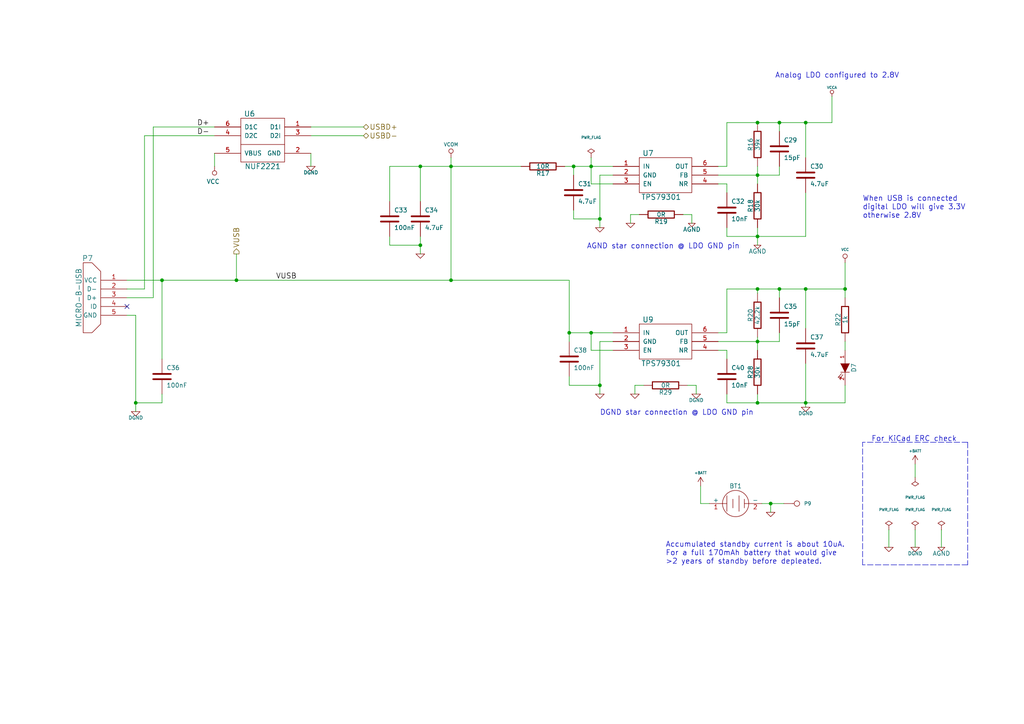
<source format=kicad_sch>
(kicad_sch (version 20211123) (generator eeschema)
  (paper "A4")
  (title_block (title "Crazyflie control board") (date "3 feb 2013") (rev "F") (company "Bitcraze AB (CC BY-NC-SA)"))
  (lib_symbols
    (symbol "Crazyflie-contol-board-rescue:+BATT-power" (power) (pin_names (offset 0))
      (property "Value" "+BATT-power" (at 0 3.556 0))
      (symbol "+BATT-power_0_1"
        (polyline (pts (xy -0.762 1.27) (xy 0 2.54)))
        (polyline (pts (xy 0 0) (xy 0 2.54)))
        (polyline (pts (xy 0 2.54) (xy 0.762 1.27)))
      )
      (symbol "+BATT-power_1_1"
        (pin power_in line (at 0 0 90) (length 0) hide (name "+BATT") (number "1"))
      )
    )
    (symbol "Crazyflie-contol-board-rescue:AGND-Crazyflie-contol-board-rescue" (power) (pin_names (offset 0.254))
      (property "Value" "AGND-Crazyflie-contol-board-rescue" (at 0 -1.778 0))
      (symbol "AGND-Crazyflie-contol-board-rescue_0_1"
        (polyline (pts (xy -1.016 0) (xy 1.016 0) (xy 0 -1.016) (xy -1.016 0)))
      )
      (symbol "AGND-Crazyflie-contol-board-rescue_1_1"
        (pin power_in line (at 0 0 90) (length 0) hide (name "AGND") (number "1"))
      )
    )
    (symbol "Crazyflie-contol-board-rescue:BATTERY-Crazyflie-contol-board-rescue" (pin_names (offset 0))
      (property "Reference" "BT" (at 0 5.08 0))
      (property "Value" "BATTERY-Crazyflie-contol-board-rescue" (at 0 -4.826 0))
      (symbol "BATTERY-Crazyflie-contol-board-rescue_0_1"
        (polyline (pts (xy -2.54 0) (xy -3.81 0)))
        (polyline (pts (xy -2.54 2.286) (xy -2.54 -2.2606)) (stroke (width 0.1524)))
        (polyline (pts (xy -0.7874 1.27) (xy -0.7874 -1.27)) (stroke (width 0.1524)))
        (polyline (pts (xy 0.9906 2.286) (xy 0.9906 -2.2606)) (stroke (width 0.1524)))
        (polyline (pts (xy 2.54 0) (xy 3.81 0)))
        (polyline (pts (xy 2.54 1.27) (xy 2.54 -1.27)) (stroke (width 0.1524)))
        (circle (center 0 0) (radius 3.81) (stroke (width 0.1524)))
      )
      (symbol "BATTERY-Crazyflie-contol-board-rescue_1_1"
        (pin passive line (at -7.62 0 0) (length 3.81) (name "+") (number "1"))
        (pin passive line (at 7.62 0 180) (length 3.81) (name "-") (number "2"))
      )
    )
    (symbol "Crazyflie-contol-board-rescue:C-Crazyflie-contol-board-rescue" (pin_numbers hide) (pin_names (offset 0.254))
      (property "Reference" "C" (at 1.27 2.54 0))
      (property "Value" "C-Crazyflie-contol-board-rescue" (at 1.27 -2.54 0))
      (symbol "C-Crazyflie-contol-board-rescue_0_1"
        (polyline (pts (xy -2.54 -0.762) (xy 2.54 -0.762)) (stroke (width 0.508)))
        (polyline (pts (xy -2.54 0.762) (xy 2.54 0.762)) (stroke (width 0.508)))
      )
      (symbol "C-Crazyflie-contol-board-rescue_1_1"
        (pin passive line (at 0 5.08 270) (length 4.318) (name "~") (number "1"))
        (pin passive line (at 0 -5.08 90) (length 4.318) (name "~") (number "2"))
      )
    )
    (symbol "Crazyflie-contol-board-rescue:CONN_1-Crazyflie-contol-board-rescue" (pin_numbers hide) (pin_names (offset 0.762) hide)
      (property "Reference" "P" (at 2.032 0 0))
      (symbol "CONN_1-Crazyflie-contol-board-rescue_0_1"
        (polyline (pts (xy -0.762 0) (xy -1.27 0)))
        (circle (center 0 0) (radius 0.7874))
      )
      (symbol "CONN_1-Crazyflie-contol-board-rescue_1_1"
        (pin passive line (at -3.81 0 0) (length 2.54) (name "1") (number "1"))
      )
    )
    (symbol "Crazyflie-contol-board-rescue:DGND-Crazyflie-contol-board-rescue" (power) (pin_names (offset 1.016))
      (property "Value" "DGND-Crazyflie-contol-board-rescue" (at 0 -1.778 0))
      (symbol "DGND-Crazyflie-contol-board-rescue_0_1"
        (polyline (pts (xy -1.27 0) (xy 0 -1.27) (xy 1.27 0) (xy -1.27 0)))
      )
      (symbol "DGND-Crazyflie-contol-board-rescue_1_1"
        (pin power_in line (at 0 0 90) (length 0) hide (name "DGND") (number "1"))
      )
    )
    (symbol "Crazyflie-contol-board-rescue:GND-Crazyflie-contol-board-rescue" (power) (pin_names (offset 0))
      (symbol "GND-Crazyflie-contol-board-rescue_0_1"
        (polyline (pts (xy -1.27 0) (xy 0 -1.27) (xy 1.27 0) (xy -1.27 0)))
      )
      (symbol "GND-Crazyflie-contol-board-rescue_1_1"
        (pin power_in line (at 0 0 90) (length 0) hide (name "GND") (number "1"))
      )
    )
    (symbol "Crazyflie-contol-board-rescue:LED-Crazyflie-contol-board-rescue" (pin_names (offset 1.016) hide)
      (property "Reference" "D" (at 0 2.54 0))
      (property "Value" "LED-Crazyflie-contol-board-rescue" (at 0 -2.54 0))
      (symbol "LED-Crazyflie-contol-board-rescue_0_1"
        (polyline (pts (xy 1.27 1.27) (xy 1.27 -1.27)))
        (polyline (pts (xy -1.27 1.27) (xy 1.27 0) (xy -1.27 -1.27)) (fill (type outline)))
        (polyline (pts (xy 1.651 -1.016) (xy 2.794 -2.032) (xy 2.667 -1.397)))
        (polyline (pts (xy 2.032 -0.635) (xy 3.175 -1.651) (xy 3.048 -1.016)))
      )
      (symbol "LED-Crazyflie-contol-board-rescue_1_1"
        (pin passive line (at -5.08 0 0) (length 3.81) (name "A") (number "1"))
        (pin passive line (at 5.08 0 180) (length 3.81) (name "K") (number "2"))
      )
    )
    (symbol "Crazyflie-contol-board-rescue:MICRO-B-USB-Crazyflie-contol-board-rescue" (pin_names (offset 1.016))
      (property "Reference" "P" (at -1.27 11.43 0))
      (property "Value" "MICRO-B-USB-Crazyflie-contol-board-rescue" (at -3.81 0 90))
      (symbol "MICRO-B-USB-Crazyflie-contol-board-rescue_0_1"
        (polyline (pts (xy 2.54 0) (xy 2.54 7.62) (xy 0 10.16) (xy -2.54 10.16) (xy -2.54 -10.16) (xy 0 -10.16) (xy 2.54 -7.62) (xy 2.54 0)))
      )
      (symbol "MICRO-B-USB-Crazyflie-contol-board-rescue_1_1"
        (pin power_out line (at 10.16 5.08 180) (length 7.62) (name "VCC") (number "1"))
        (pin bidirectional line (at 10.16 2.54 180) (length 7.62) (name "D-") (number "2"))
        (pin bidirectional line (at 10.16 0 180) (length 7.62) (name "D+") (number "3"))
        (pin bidirectional line (at 10.16 -2.54 180) (length 7.62) (name "ID") (number "4"))
        (pin power_in line (at 10.16 -5.08 180) (length 7.62) (name "GND") (number "5"))
      )
    )
    (symbol "Crazyflie-contol-board-rescue:NUF2221-Crazyflie-contol-board-rescue" (pin_names (offset 1.016))
      (property "Reference" "U" (at -3.81 6.35 0))
      (property "Value" "NUF2221-Crazyflie-contol-board-rescue" (at 0 -8.89 0))
      (symbol "NUF2221-Crazyflie-contol-board-rescue_0_1"
        (rectangle (start -6.35 5.08) (end 6.35 -7.62))
        (polyline (pts (xy -6.35 -2.54) (xy 6.35 -2.54)))
      )
      (symbol "NUF2221-Crazyflie-contol-board-rescue_1_1"
        (pin input line (at 13.97 2.54 180) (length 7.62) (name "D1I") (number "1"))
        (pin input line (at 13.97 -5.08 180) (length 7.62) (name "GND") (number "2"))
        (pin input line (at 13.97 0 180) (length 7.62) (name "D2I") (number "3"))
        (pin input line (at -13.97 0 0) (length 7.62) (name "D2C") (number "4"))
        (pin input line (at -13.97 -5.08 0) (length 7.62) (name "VBUS") (number "5"))
        (pin input line (at -13.97 2.54 0) (length 7.62) (name "D1C") (number "6"))
      )
    )
    (symbol "Crazyflie-contol-board-rescue:PWR_FLAG-power" (power) (pin_numbers hide) (pin_names (offset 0) hide)
      (property "Value" "PWR_FLAG-power" (at 0 3.81 0))
      (symbol "PWR_FLAG-power_0_0"
        (pin power_out line (at 0 0 90) (length 0) (name "pwr") (number "1"))
      )
      (symbol "PWR_FLAG-power_0_1"
        (polyline (pts (xy 0 0) (xy 0 1.27) (xy -1.016 1.905) (xy 0 2.54) (xy 1.016 1.905) (xy 0 1.27)))
      )
    )
    (symbol "Crazyflie-contol-board-rescue:R-Crazyflie-contol-board-rescue" (pin_numbers hide) (pin_names (offset 0))
      (property "Reference" "R" (at 2.032 0 90))
      (property "Value" "R-Crazyflie-contol-board-rescue" (at 0 0 90))
      (symbol "R-Crazyflie-contol-board-rescue_0_1"
        (rectangle (start -1.016 3.81) (end 1.016 -3.81) (stroke (width 0.3048)))
      )
      (symbol "R-Crazyflie-contol-board-rescue_1_1"
        (pin passive line (at 0 6.35 270) (length 2.54) (name "~") (number "1"))
        (pin passive line (at 0 -6.35 90) (length 2.54) (name "~") (number "2"))
      )
    )
    (symbol "Crazyflie-contol-board-rescue:TPS79301-Crazyflie-contol-board-rescue" (pin_names (offset 1.016))
      (property "Reference" "U" (at -6.35 8.89 0))
      (property "Value" "TPS79301-Crazyflie-contol-board-rescue" (at -2.54 6.35 0))
      (symbol "TPS79301-Crazyflie-contol-board-rescue_0_1"
        (rectangle (start -7.62 5.08) (end 7.62 -5.08))
      )
      (symbol "TPS79301-Crazyflie-contol-board-rescue_1_1"
        (pin power_in line (at -15.24 2.54 0) (length 7.62) (name "IN") (number "1"))
        (pin power_in line (at -15.24 0 0) (length 7.62) (name "GND") (number "2"))
        (pin input line (at -15.24 -2.54 0) (length 7.62) (name "EN") (number "3"))
        (pin passive line (at 15.24 -2.54 180) (length 7.62) (name "NR") (number "4"))
        (pin input line (at 15.24 0 180) (length 7.62) (name "FB") (number "5"))
        (pin power_out line (at 15.24 2.54 180) (length 7.62) (name "OUT") (number "6"))
      )
    )
    (symbol "Crazyflie-contol-board-rescue:VCC-power" (power) (pin_names (offset 0))
      (property "Value" "VCC-power" (at 0 3.81 0))
      (symbol "VCC-power_0_1"
        (polyline (pts (xy 0 0) (xy 0 1.27)))
        (circle (center 0 1.905) (radius 0.635))
      )
      (symbol "VCC-power_1_1"
        (pin power_in line (at 0 0 90) (length 0) hide (name "VCC") (number "1"))
      )
    )
    (symbol "Crazyflie-contol-board-rescue:VCCA-Crazyflie-contol-board-rescue" (power) (pin_names (offset 0))
      (property "Value" "VCCA-Crazyflie-contol-board-rescue" (at 0 2.54 0))
      (symbol "VCCA-Crazyflie-contol-board-rescue_0_0"
        (pin power_in line (at 0 0 90) (length 0) hide (name "VCCA") (number "1"))
      )
      (symbol "VCCA-Crazyflie-contol-board-rescue_0_1"
        (polyline (pts (xy 0 0) (xy 0 0.762) (xy 0 0.762)))
        (circle (center 0 1.27) (radius 0.508))
      )
    )
    (symbol "Crazyflie-contol-board-rescue:VCOM-power" (power) (pin_names (offset 0))
      (property "Value" "VCOM-power" (at 0 3.81 0))
      (symbol "VCOM-power_0_1"
        (polyline (pts (xy 0 0) (xy 0 1.27)))
        (circle (center 0 1.905) (radius 0.635))
      )
      (symbol "VCOM-power_1_1"
        (pin power_in line (at 0 0 90) (length 0) hide (name "VCOM") (number "1"))
      )
    )
  )
  (junction (at 219.71 50.8))
  (junction (at 130.81 81.28))
  (junction (at 68.58 81.28))
  (junction (at 46.99 81.28))
  (junction (at 233.68 35.56))
  (junction (at 121.92 48.26))
  (junction (at 173.99 63.5))
  (junction (at 130.81 48.26))
  (junction (at 219.71 68.58))
  (junction (at 233.68 83.82))
  (junction (at 166.37 48.26))
  (junction (at 39.37 116.84))
  (junction (at 219.71 116.84))
  (junction (at 226.06 35.56))
  (junction (at 121.92 71.12))
  (junction (at 219.71 99.06))
  (junction (at 245.11 83.82))
  (junction (at 219.71 35.56))
  (junction (at 226.06 83.82))
  (junction (at 171.45 96.52))
  (junction (at 219.71 83.82))
  (junction (at 171.45 48.26))
  (junction (at 223.52 146.05))
  (junction (at 165.1 96.52))
  (junction (at 173.99 111.76))
  (junction (at 233.68 116.84))
  (no_connect (at 36.83 88.9))
  (wire (pts (xy 219.71 50.8) (xy 219.71 53.34)))
  (polyline (pts (xy 280.67 128.27) (xy 250.19 128.27)))
  (wire (pts (xy 185.42 62.23) (xy 182.88 62.23)))
  (wire (pts (xy 226.06 35.56) (xy 233.68 35.56)))
  (wire (pts (xy 173.99 111.76) (xy 173.99 114.3)))
  (wire (pts (xy 171.45 96.52) (xy 165.1 96.52)))
  (wire (pts (xy 166.37 63.5) (xy 173.99 63.5)))
  (wire (pts (xy 208.28 48.26) (xy 210.82 48.26)))
  (wire (pts (xy 200.66 64.77) (xy 200.66 62.23)))
  (wire (pts (xy 233.68 35.56) (xy 233.68 45.72)))
  (wire (pts (xy 226.06 99.06) (xy 219.71 99.06)))
  (wire (pts (xy 186.69 111.76) (xy 184.15 111.76)))
  (wire (pts (xy 219.71 83.82) (xy 210.82 83.82)))
  (wire (pts (xy 219.71 114.3) (xy 219.71 116.84)))
  (wire (pts (xy 173.99 99.06) (xy 173.99 111.76)))
  (wire (pts (xy 184.15 111.76) (xy 184.15 114.3)))
  (wire (pts (xy 113.03 58.42) (xy 113.03 48.26)))
  (wire (pts (xy 219.71 68.58) (xy 210.82 68.58)))
  (wire (pts (xy 257.81 153.67) (xy 257.81 158.75)))
  (wire (pts (xy 166.37 48.26) (xy 166.37 50.8)))
  (wire (pts (xy 46.99 81.28) (xy 46.99 104.14)))
  (wire (pts (xy 245.11 76.2) (xy 245.11 83.82)))
  (wire (pts (xy 171.45 48.26) (xy 171.45 53.34)))
  (wire (pts (xy 171.45 96.52) (xy 171.45 101.6)))
  (wire (pts (xy 233.68 68.58) (xy 219.71 68.58)))
  (wire (pts (xy 68.58 81.28) (xy 130.81 81.28)))
  (wire (pts (xy 233.68 83.82) (xy 233.68 95.25)))
  (wire (pts (xy 210.82 48.26) (xy 210.82 35.56)))
  (wire (pts (xy 226.06 83.82) (xy 233.68 83.82)))
  (wire (pts (xy 41.91 39.37) (xy 62.23 39.37)))
  (wire (pts (xy 219.71 101.6) (xy 219.71 99.06)))
  (wire (pts (xy 121.92 73.66) (xy 121.92 71.12)))
  (polyline (pts (xy 280.67 163.83) (xy 250.19 163.83)))
  (wire (pts (xy 166.37 60.96) (xy 166.37 63.5)))
  (wire (pts (xy 130.81 48.26) (xy 130.81 81.28)))
  (wire (pts (xy 113.03 71.12) (xy 113.03 68.58)))
  (wire (pts (xy 265.43 153.67) (xy 265.43 158.75)))
  (wire (pts (xy 210.82 53.34) (xy 210.82 55.88)))
  (wire (pts (xy 41.91 39.37) (xy 41.91 83.82)))
  (wire (pts (xy 171.45 48.26) (xy 166.37 48.26)))
  (wire (pts (xy 36.83 86.36) (xy 44.45 86.36)))
  (wire (pts (xy 203.2 146.05) (xy 205.74 146.05)))
  (wire (pts (xy 210.82 66.04) (xy 210.82 68.58)))
  (wire (pts (xy 113.03 48.26) (xy 121.92 48.26)))
  (wire (pts (xy 219.71 50.8) (xy 208.28 50.8)))
  (wire (pts (xy 219.71 48.26) (xy 219.71 50.8)))
  (wire (pts (xy 44.45 86.36) (xy 44.45 36.83)))
  (wire (pts (xy 208.28 53.34) (xy 210.82 53.34)))
  (wire (pts (xy 200.66 62.23) (xy 198.12 62.23)))
  (wire (pts (xy 245.11 83.82) (xy 233.68 83.82)))
  (wire (pts (xy 171.45 45.72) (xy 171.45 48.26)))
  (wire (pts (xy 226.06 83.82) (xy 219.71 83.82)))
  (wire (pts (xy 219.71 99.06) (xy 208.28 99.06)))
  (wire (pts (xy 203.2 140.97) (xy 203.2 146.05)))
  (wire (pts (xy 233.68 35.56) (xy 241.3 35.56)))
  (wire (pts (xy 201.93 114.3) (xy 201.93 111.76)))
  (wire (pts (xy 165.1 96.52) (xy 165.1 99.06)))
  (wire (pts (xy 241.3 35.56) (xy 241.3 27.94)))
  (wire (pts (xy 265.43 134.62) (xy 265.43 138.43)))
  (wire (pts (xy 90.17 39.37) (xy 105.41 39.37)))
  (wire (pts (xy 121.92 71.12) (xy 113.03 71.12)))
  (wire (pts (xy 177.8 99.06) (xy 173.99 99.06)))
  (wire (pts (xy 62.23 36.83) (xy 44.45 36.83)))
  (wire (pts (xy 171.45 101.6) (xy 177.8 101.6)))
  (wire (pts (xy 227.33 146.05) (xy 223.52 146.05)))
  (wire (pts (xy 46.99 81.28) (xy 36.83 81.28)))
  (wire (pts (xy 245.11 111.76) (xy 245.11 116.84)))
  (wire (pts (xy 166.37 48.26) (xy 163.83 48.26)))
  (wire (pts (xy 219.71 35.56) (xy 226.06 35.56)))
  (wire (pts (xy 39.37 119.38) (xy 39.37 116.84)))
  (wire (pts (xy 130.81 48.26) (xy 151.13 48.26)))
  (wire (pts (xy 210.82 114.3) (xy 210.82 116.84)))
  (wire (pts (xy 219.71 71.12) (xy 219.71 68.58)))
  (wire (pts (xy 165.1 81.28) (xy 165.1 96.52)))
  (wire (pts (xy 233.68 116.84) (xy 233.68 118.11)))
  (wire (pts (xy 165.1 111.76) (xy 165.1 109.22)))
  (wire (pts (xy 226.06 83.82) (xy 226.06 86.36)))
  (wire (pts (xy 130.81 81.28) (xy 165.1 81.28)))
  (wire (pts (xy 219.71 85.09) (xy 219.71 83.82)))
  (polyline (pts (xy 280.67 128.27) (xy 280.67 163.83)))
  (wire (pts (xy 90.17 36.83) (xy 105.41 36.83)))
  (wire (pts (xy 210.82 83.82) (xy 210.82 96.52)))
  (wire (pts (xy 233.68 55.88) (xy 233.68 68.58)))
  (wire (pts (xy 46.99 116.84) (xy 39.37 116.84)))
  (wire (pts (xy 219.71 99.06) (xy 219.71 97.79)))
  (wire (pts (xy 226.06 96.52) (xy 226.06 99.06)))
  (wire (pts (xy 210.82 96.52) (xy 208.28 96.52)))
  (wire (pts (xy 46.99 81.28) (xy 68.58 81.28)))
  (wire (pts (xy 121.92 48.26) (xy 130.81 48.26)))
  (wire (pts (xy 219.71 68.58) (xy 219.71 66.04)))
  (wire (pts (xy 219.71 116.84) (xy 233.68 116.84)))
  (wire (pts (xy 223.52 148.59) (xy 223.52 146.05)))
  (wire (pts (xy 177.8 48.26) (xy 171.45 48.26)))
  (wire (pts (xy 226.06 48.26) (xy 226.06 50.8)))
  (wire (pts (xy 245.11 99.06) (xy 245.11 101.6)))
  (wire (pts (xy 130.81 45.72) (xy 130.81 48.26)))
  (wire (pts (xy 62.23 44.45) (xy 62.23 48.26)))
  (wire (pts (xy 273.05 153.67) (xy 273.05 158.75)))
  (wire (pts (xy 171.45 53.34) (xy 177.8 53.34)))
  (wire (pts (xy 173.99 50.8) (xy 173.99 63.5)))
  (wire (pts (xy 173.99 63.5) (xy 173.99 66.04)))
  (wire (pts (xy 68.58 81.28) (xy 68.58 73.66)))
  (wire (pts (xy 208.28 101.6) (xy 210.82 101.6)))
  (wire (pts (xy 182.88 62.23) (xy 182.88 64.77)))
  (wire (pts (xy 201.93 111.76) (xy 199.39 111.76)))
  (wire (pts (xy 233.68 105.41) (xy 233.68 116.84)))
  (wire (pts (xy 210.82 35.56) (xy 219.71 35.56)))
  (wire (pts (xy 121.92 58.42) (xy 121.92 48.26)))
  (wire (pts (xy 226.06 50.8) (xy 219.71 50.8)))
  (wire (pts (xy 210.82 101.6) (xy 210.82 104.14)))
  (wire (pts (xy 46.99 114.3) (xy 46.99 116.84)))
  (wire (pts (xy 226.06 35.56) (xy 226.06 38.1)))
  (wire (pts (xy 245.11 116.84) (xy 233.68 116.84)))
  (wire (pts (xy 39.37 91.44) (xy 36.83 91.44)))
  (wire (pts (xy 121.92 71.12) (xy 121.92 68.58)))
  (wire (pts (xy 223.52 146.05) (xy 220.98 146.05)))
  (wire (pts (xy 39.37 91.44) (xy 39.37 116.84)))
  (wire (pts (xy 219.71 116.84) (xy 210.82 116.84)))
  (wire (pts (xy 90.17 44.45) (xy 90.17 48.26)))
  (wire (pts (xy 245.11 83.82) (xy 245.11 86.36)))
  (polyline (pts (xy 250.19 163.83) (xy 250.19 128.27)))
  (wire (pts (xy 177.8 96.52) (xy 171.45 96.52)))
  (wire (pts (xy 41.91 83.82) (xy 36.83 83.82)))
  (wire (pts (xy 177.8 50.8) (xy 173.99 50.8)))
  (wire (pts (xy 173.99 111.76) (xy 165.1 111.76)))
  (text "DGND star connection @ LDO GND pin" (at 173.99 120.65 0) (effects (font (size 1.524 1.524)) (justify left bottom)))
  (text "Accumulated standby current is about 10uA. \nFor a full 170mAh battery that would give \n>2 years of standby before depleated. " (at 193.04 163.83 0) (effects (font (size 1.524 1.524)) (justify left bottom)))
  (text "Analog LDO configured to 2.8V" (at 224.79 22.86 0) (effects (font (size 1.524 1.524)) (justify left bottom)))
  (text "AGND star connection @ LDO GND pin" (at 170.18 72.39 0) (effects (font (size 1.524 1.524)) (justify left bottom)))
  (text "When USB is connected \ndigital LDO will give 3.3V \notherwise 2.8V" (at 250.19 63.5 0) (effects (font (size 1.524 1.524)) (justify left bottom)))
  (text "For KiCad ERC check" (at 252.73 128.27 0) (effects (font (size 1.524 1.524)) (justify left bottom)))
  (label "D-" (at 57.15 39.37 0) (effects (font (size 1.524 1.524))))
  (label "VUSB" (at 80.01 81.28 0) (effects (font (size 1.524 1.524))))
  (label "D+" (at 57.15 36.83 0) (effects (font (size 1.524 1.524))))
  (hierarchical_label "USBD+" (shape bidirectional) (at 105.41 36.83 0) (effects (font (size 1.524 1.524))))
  (hierarchical_label "VUSB" (shape output) (at 68.58 73.66 90) (effects (font (size 1.524 1.524))))
  (hierarchical_label "USBD-" (shape bidirectional) (at 105.41 39.37 0) (effects (font (size 1.524 1.524))))
  (symbol (lib_id "Crazyflie-contol-board-rescue:MICRO-B-USB-Crazyflie-contol-board-rescue") (at 26.67 86.36 0) (unit 1)
    (property "Reference" "P7" (at 25.4 74.93 0) (effects (font (size 1.524 1.524))))
    (property "Value" "MICRO-B-USB" (at 22.86 86.36 90) (effects (font (size 1.524 1.524))))
    (property "Footprint" "ZX62-B-5PA_11_CFK" (effects hide))
    (property "Field4" "Hirose Connectors" (effects hide))
    (property "Field5" "ZX62-B-5PA(11)" (effects hide))
  )
  (symbol (lib_id "Crazyflie-contol-board-rescue:NUF2221-Crazyflie-contol-board-rescue") (at 76.2 39.37 0) (unit 1)
    (property "Reference" "U6" (at 72.39 33.02 0) (effects (font (size 1.524 1.524))))
    (property "Value" "NUF2221" (at 76.2 48.26 0) (effects (font (size 1.524 1.524))))
    (property "Footprint" "SOT363" (effects hide))
    (property "Field4" "OnSemi" (effects hide))
    (property "Field5" "NUF2221W1T2G" (effects hide))
  )
  (symbol (lib_id "Crazyflie-contol-board-rescue:DGND-Crazyflie-contol-board-rescue") (at 90.17 48.26 0) (unit 1)
    (property "Reference" "#PWR084" (effects hide))
    (property "Value" "DGND" (at 90.17 50.038 0) (effects (font (size 1.016 1.016))))
  )
  (symbol (lib_id "Crazyflie-contol-board-rescue:C-Crazyflie-contol-board-rescue") (at 166.37 55.88 0) (unit 1)
    (property "Reference" "C31" (at 167.64 53.34 0) (effects (justify left)))
    (property "Value" "4.7uF" (at 167.64 58.42 0) (effects (justify left)))
    (property "Footprint" "ESP32-footprints-Lib:0603_new_new" (effects hide))
  )
  (symbol (lib_id "Crazyflie-contol-board-rescue:C-Crazyflie-contol-board-rescue") (at 165.1 104.14 0) (unit 1)
    (property "Reference" "C38" (at 166.37 101.6 0) (effects (justify left)))
    (property "Value" "100nF" (at 166.37 106.68 0) (effects (justify left)))
    (property "Footprint" "ESP32-footprints-Lib:0603_new_new" (effects hide))
  )
  (symbol (lib_id "Crazyflie-contol-board-rescue:C-Crazyflie-contol-board-rescue") (at 233.68 100.33 0) (unit 1)
    (property "Reference" "C37" (at 234.95 97.79 0) (effects (justify left)))
    (property "Value" "4.7uF" (at 234.95 102.87 0) (effects (justify left)))
    (property "Footprint" "ESP32-footprints-Lib:0603_new_new" (effects hide))
  )
  (symbol (lib_id "Crazyflie-contol-board-rescue:C-Crazyflie-contol-board-rescue") (at 210.82 109.22 0) (unit 1)
    (property "Reference" "C40" (at 212.09 106.68 0) (effects (justify left)))
    (property "Value" "10nF" (at 212.09 111.76 0) (effects (justify left)))
    (property "Footprint" "ESP32-footprints-Lib:0603_new_new" (effects hide))
    (property "Field4" "General" (effects hide))
    (property "Field5" "X7R, +/-10%, 25V" (effects hide))
  )
  (symbol (lib_id "Crazyflie-contol-board-rescue:C-Crazyflie-contol-board-rescue") (at 210.82 60.96 0) (unit 1)
    (property "Reference" "C32" (at 212.09 58.42 0) (effects (justify left)))
    (property "Value" "10nF" (at 212.09 63.5 0) (effects (justify left)))
    (property "Footprint" "ESP32-footprints-Lib:0603_new_new" (effects hide))
    (property "Field4" "General" (effects hide))
    (property "Field5" "X7R, +/-10, 25V" (effects hide))
  )
  (symbol (lib_id "Crazyflie-contol-board-rescue:C-Crazyflie-contol-board-rescue") (at 233.68 50.8 0) (unit 1)
    (property "Reference" "C30" (at 234.95 48.26 0) (effects (justify left)))
    (property "Value" "4.7uF" (at 234.95 53.34 0) (effects (justify left)))
    (property "Footprint" "ESP32-footprints-Lib:0603_new_new" (effects hide))
  )
  (symbol (lib_id "Crazyflie-contol-board-rescue:R-Crazyflie-contol-board-rescue") (at 157.48 48.26 270) (unit 1)
    (property "Reference" "R17" (at 157.48 50.292 90))
    (property "Value" "10R" (at 157.48 48.26 90))
    (property "Footprint" "ESP32-footprints-Lib:0603_new_new" (effects hide))
    (property "Field4" "General" (effects hide))
    (property "Field5" "+/-1%, 0.125W, 50V" (effects hide))
  )
  (symbol (lib_id "Crazyflie-contol-board-rescue:GND-Crazyflie-contol-board-rescue") (at 173.99 66.04 0) (unit 1)
    (property "Reference" "#PWR083" (effects hide))
    (property "Value" "GND" (effects hide))
  )
  (symbol (lib_id "Crazyflie-contol-board-rescue:GND-Crazyflie-contol-board-rescue") (at 173.99 114.3 0) (unit 1)
    (property "Reference" "#PWR082" (effects hide))
    (property "Value" "GND" (effects hide))
  )
  (symbol (lib_id "Crazyflie-contol-board-rescue:GND-Crazyflie-contol-board-rescue") (at 121.92 73.66 0) (unit 1)
    (property "Reference" "#PWR081" (effects hide))
    (property "Value" "GND" (effects hide))
  )
  (symbol (lib_id "Crazyflie-contol-board-rescue:AGND-Crazyflie-contol-board-rescue") (at 219.71 71.12 0) (unit 1)
    (property "Reference" "#PWR080" (effects hide))
    (property "Value" "AGND" (at 219.71 72.898 0))
  )
  (symbol (lib_id "Crazyflie-contol-board-rescue:DGND-Crazyflie-contol-board-rescue") (at 233.68 118.11 0) (unit 1)
    (property "Reference" "#PWR079" (effects hide))
    (property "Value" "DGND" (at 233.68 119.888 0) (effects (font (size 1.016 1.016))))
  )
  (symbol (lib_id "Crazyflie-contol-board-rescue:GND-Crazyflie-contol-board-rescue") (at 182.88 64.77 0) (unit 1)
    (property "Reference" "#PWR078" (effects hide))
    (property "Value" "GND" (effects hide))
  )
  (symbol (lib_id "Crazyflie-contol-board-rescue:AGND-Crazyflie-contol-board-rescue") (at 200.66 64.77 0) (unit 1)
    (property "Reference" "#PWR077" (effects hide))
    (property "Value" "AGND" (at 200.66 66.548 0))
  )
  (symbol (lib_id "Crazyflie-contol-board-rescue:GND-Crazyflie-contol-board-rescue") (at 184.15 114.3 0) (unit 1)
    (property "Reference" "#PWR076" (effects hide))
    (property "Value" "GND" (effects hide))
  )
  (symbol (lib_id "Crazyflie-contol-board-rescue:DGND-Crazyflie-contol-board-rescue") (at 201.93 114.3 0) (unit 1)
    (property "Reference" "#PWR075" (effects hide))
    (property "Value" "DGND" (at 201.93 116.078 0) (effects (font (size 1.016 1.016))))
  )
  (symbol (lib_id "Crazyflie-contol-board-rescue:VCC-power") (at 245.11 76.2 0) (unit 1)
    (property "Reference" "#PWR074" (effects hide))
    (property "Value" "VCC" (at 245.11 72.39 0) (effects (font (size 0.762 0.762))))
  )
  (symbol (lib_id "Crazyflie-contol-board-rescue:VCCA-Crazyflie-contol-board-rescue") (at 241.3 27.94 0) (unit 1)
    (property "Reference" "#PWR073" (effects hide))
    (property "Value" "VCCA" (at 241.3 25.4 0) (effects (font (size 0.762 0.762))))
  )
  (symbol (lib_id "Crazyflie-contol-board-rescue:C-Crazyflie-contol-board-rescue") (at 46.99 109.22 0) (unit 1)
    (property "Reference" "C36" (at 48.26 106.68 0) (effects (justify left)))
    (property "Value" "100nF" (at 48.26 111.76 0) (effects (justify left)))
    (property "Footprint" "ESP32-footprints-Lib:0603_new_new" (effects hide))
  )
  (symbol (lib_id "Crazyflie-contol-board-rescue:VCOM-power") (at 130.81 45.72 0) (unit 1)
    (property "Reference" "#PWR0102" (effects hide))
    (property "Value" "VCOM" (at 130.81 41.91 0) (effects (font (size 1.016 1.016))))
  )
  (symbol (lib_id "Crazyflie-contol-board-rescue:C-Crazyflie-contol-board-rescue") (at 121.92 63.5 0) (unit 1)
    (property "Reference" "C34" (at 123.19 60.96 0) (effects (justify left)))
    (property "Value" "4.7uF" (at 123.19 66.04 0) (effects (justify left)))
    (property "Footprint" "ESP32-footprints-Lib:0603_new_new" (effects hide))
    (property "Field4" "General" (effects hide))
    (property "Field5" "X7R, +/-10% 6.3V" (effects hide))
  )
  (symbol (lib_id "Crazyflie-contol-board-rescue:R-Crazyflie-contol-board-rescue") (at 245.11 92.71 180) (unit 1)
    (property "Reference" "R22" (at 243.078 92.71 90))
    (property "Value" "1k" (at 245.11 92.71 90))
    (property "Footprint" "ESP32-footprints-Lib:0603_new_new" (effects hide))
    (property "Field4" "General" (effects hide))
    (property "Field5" "+/-1%, 0.125W, 50V" (effects hide))
  )
  (symbol (lib_id "Crazyflie-contol-board-rescue:LED-Crazyflie-contol-board-rescue") (at 245.11 106.68 270) (unit 1)
    (property "Reference" "D7" (at 247.65 106.68 0))
    (property "Value" "BLUE LED" (effects hide))
    (property "Footprint" "SMDLED-0603" (effects hide))
    (property "Field4" "General" (effects hide))
    (property "Field5" "Blue, If:20mA" (effects hide))
  )
  (symbol (lib_id "Crazyflie-contol-board-rescue:BATTERY-Crazyflie-contol-board-rescue") (at 213.36 146.05 0) (unit 1)
    (property "Reference" "BT1" (at 213.36 140.97 0))
    (property "Value" "BATTERY" (effects hide))
    (property "Footprint" "Connector_IDC:IDC-Header_2x05_P2.54mm_Vertical" (effects hide))
    (property "Field4" "JST" (effects hide))
    (property "Field5" "B2B-ZR" (effects hide))
  )
  (symbol (lib_id "Crazyflie-contol-board-rescue:+BATT-power") (at 203.2 140.97 0) (unit 1)
    (property "Reference" "#PWR065" (effects hide))
    (property "Value" "+BATT" (at 203.2 137.16 0) (effects (font (size 0.762 0.762))))
  )
  (symbol (lib_id "Crazyflie-contol-board-rescue:GND-Crazyflie-contol-board-rescue") (at 223.52 148.59 0) (unit 1)
    (property "Reference" "#PWR064" (effects hide))
    (property "Value" "GND" (effects hide))
  )
  (symbol (lib_id "Crazyflie-contol-board-rescue:R-Crazyflie-contol-board-rescue") (at 219.71 91.44 180) (unit 1)
    (property "Reference" "R20" (at 217.678 91.44 90))
    (property "Value" "42.2k" (at 219.71 91.44 90))
    (property "Footprint" "ESP32-footprints-Lib:0603_new_new" (effects hide))
    (property "Field4" "General" (effects hide))
    (property "Field5" "+/-1%, 0.125W, 50V" (effects hide))
  )
  (symbol (lib_id "Crazyflie-contol-board-rescue:R-Crazyflie-contol-board-rescue") (at 219.71 107.95 180) (unit 1)
    (property "Reference" "R28" (at 217.678 107.95 90))
    (property "Value" "30k" (at 219.71 107.95 90))
    (property "Footprint" "ESP32-footprints-Lib:0603_new_new" (effects hide))
  )
  (symbol (lib_id "Crazyflie-contol-board-rescue:C-Crazyflie-contol-board-rescue") (at 226.06 91.44 0) (unit 1)
    (property "Reference" "C35" (at 227.33 88.9 0) (effects (justify left)))
    (property "Value" "15pF" (at 227.33 93.98 0) (effects (justify left)))
    (property "Footprint" "ESP32-footprints-Lib:0603_new_new" (effects hide))
  )
  (symbol (lib_id "Crazyflie-contol-board-rescue:R-Crazyflie-contol-board-rescue") (at 219.71 59.69 180) (unit 1)
    (property "Reference" "R18" (at 217.678 59.69 90))
    (property "Value" "30k" (at 219.71 59.69 90))
    (property "Footprint" "ESP32-footprints-Lib:0603_new_new" (effects hide))
    (property "Field4" "General" (effects hide))
    (property "Field5" "+/-1%, 0.125W, 50V" (effects hide))
  )
  (symbol (lib_id "Crazyflie-contol-board-rescue:R-Crazyflie-contol-board-rescue") (at 219.71 41.91 180) (unit 1)
    (property "Reference" "R16" (at 217.678 41.91 90))
    (property "Value" "39k" (at 219.71 41.91 90))
    (property "Footprint" "ESP32-footprints-Lib:0603_new_new" (effects hide))
    (property "Field4" "General" (effects hide))
    (property "Field5" "+/-1%, 0.125W, 50V" (effects hide))
  )
  (symbol (lib_id "Crazyflie-contol-board-rescue:C-Crazyflie-contol-board-rescue") (at 226.06 43.18 0) (unit 1)
    (property "Reference" "C29" (at 227.33 40.64 0) (effects (justify left)))
    (property "Value" "15pF" (at 227.33 45.72 0) (effects (justify left)))
    (property "Footprint" "ESP32-footprints-Lib:0603_new_new" (effects hide))
  )
  (symbol (lib_id "Crazyflie-contol-board-rescue:TPS79301-Crazyflie-contol-board-rescue") (at 193.04 50.8 0) (unit 1)
    (property "Reference" "U7" (at 187.96 44.45 0) (effects (font (size 1.524 1.524))))
    (property "Value" "TPS79301" (at 191.77 57.15 0) (effects (font (size 1.524 1.524))))
    (property "Footprint" "SOT23_6" (effects hide))
  )
  (symbol (lib_id "Crazyflie-contol-board-rescue:TPS79301-Crazyflie-contol-board-rescue") (at 193.04 99.06 0) (unit 1)
    (property "Reference" "U9" (at 187.96 92.71 0) (effects (font (size 1.524 1.524))))
    (property "Value" "TPS79301" (at 191.77 105.41 0) (effects (font (size 1.524 1.524))))
    (property "Footprint" "SOT23_6" (effects hide))
    (property "Field4" "TI" (effects hide))
    (property "Field5" "TPS79301DBVR" (effects hide))
  )
  (symbol (lib_id "Crazyflie-contol-board-rescue:R-Crazyflie-contol-board-rescue") (at 191.77 62.23 270) (unit 1)
    (property "Reference" "R19" (at 191.77 64.262 90))
    (property "Value" "0R" (at 191.77 62.23 90))
    (property "Footprint" "ESP32-footprints-Lib:0603_new_new" (effects hide))
  )
  (symbol (lib_id "Crazyflie-contol-board-rescue:R-Crazyflie-contol-board-rescue") (at 193.04 111.76 270) (unit 1)
    (property "Reference" "R29" (at 193.04 113.792 90))
    (property "Value" "0R" (at 193.04 111.76 90))
    (property "Footprint" "ESP32-footprints-Lib:0603_new_new" (effects hide))
    (property "Field4" "General" (effects hide))
    (property "Field5" "+/-1%, 0.125W, 50V" (effects hide))
  )
  (symbol (lib_id "Crazyflie-contol-board-rescue:DGND-Crazyflie-contol-board-rescue") (at 39.37 119.38 0) (unit 1)
    (property "Reference" "#PWR062" (effects hide))
    (property "Value" "DGND" (at 39.37 121.158 0) (effects (font (size 1.016 1.016))))
  )
  (symbol (lib_id "Crazyflie-contol-board-rescue:C-Crazyflie-contol-board-rescue") (at 113.03 63.5 0) (unit 1)
    (property "Reference" "C33" (at 114.3 60.96 0) (effects (justify left)))
    (property "Value" "100nF" (at 114.3 66.04 0) (effects (justify left)))
    (property "Footprint" "ESP32-footprints-Lib:0603_new_new" (effects hide))
    (property "Field4" "General" (effects hide))
    (property "Field5" "X7R, +/-10%, 25V" (effects hide))
  )
  (symbol (lib_id "Crazyflie-contol-board-rescue:CONN_1-Crazyflie-contol-board-rescue") (at 231.14 146.05 0) (unit 1)
    (property "Reference" "P9" (at 233.172 146.05 0) (effects (font (size 1.016 1.016)) (justify left)))
    (property "Value" "CONN_1" (effects hide))
    (property "Footprint" "PINHEADER_127_1X1" (effects hide))
  )
  (symbol (lib_id "Crazyflie-contol-board-rescue:DGND-Crazyflie-contol-board-rescue") (at 265.43 158.75 0) (unit 1)
    (property "Reference" "#PWR059" (effects hide))
    (property "Value" "DGND" (at 265.43 160.528 0) (effects (font (size 1.016 1.016))))
  )
  (symbol (lib_id "Crazyflie-contol-board-rescue:PWR_FLAG-power") (at 265.43 153.67 0) (unit 1)
    (property "Reference" "#FLG058" (effects hide))
    (property "Value" "PWR_FLAG" (at 265.43 147.828 0) (effects (font (size 0.762 0.762))))
  )
  (symbol (lib_id "Crazyflie-contol-board-rescue:AGND-Crazyflie-contol-board-rescue") (at 273.05 158.75 0) (unit 1)
    (property "Reference" "#PWR057" (effects hide))
    (property "Value" "AGND" (at 273.05 160.528 0))
  )
  (symbol (lib_id "Crazyflie-contol-board-rescue:PWR_FLAG-power") (at 273.05 153.67 0) (unit 1)
    (property "Reference" "#FLG056" (effects hide))
    (property "Value" "PWR_FLAG" (at 273.05 147.828 0) (effects (font (size 0.762 0.762))))
  )
  (symbol (lib_id "Crazyflie-contol-board-rescue:GND-Crazyflie-contol-board-rescue") (at 257.81 158.75 0) (unit 1)
    (property "Reference" "#PWR055" (effects hide))
    (property "Value" "GND" (effects hide))
  )
  (symbol (lib_id "Crazyflie-contol-board-rescue:PWR_FLAG-power") (at 257.81 153.67 0) (unit 1)
    (property "Reference" "#FLG054" (effects hide))
    (property "Value" "PWR_FLAG" (at 257.81 147.828 0) (effects (font (size 0.762 0.762))))
  )
  (symbol (lib_id "Crazyflie-contol-board-rescue:+BATT-power") (at 265.43 134.62 0) (unit 1)
    (property "Reference" "#PWR053" (effects hide))
    (property "Value" "+BATT" (at 265.43 130.81 0) (effects (font (size 0.762 0.762))))
  )
  (symbol (lib_id "Crazyflie-contol-board-rescue:PWR_FLAG-power") (at 265.43 138.43 180) (unit 1)
    (property "Reference" "#FLG052" (effects hide))
    (property "Value" "PWR_FLAG" (at 265.43 144.272 0) (effects (font (size 0.762 0.762))))
  )
  (symbol (lib_id "Crazyflie-contol-board-rescue:PWR_FLAG-power") (at 171.45 45.72 0) (unit 1)
    (property "Reference" "#FLG051" (effects hide))
    (property "Value" "PWR_FLAG" (at 171.45 39.878 0) (effects (font (size 0.762 0.762))))
  )
  (symbol (lib_id "Crazyflie-contol-board-rescue:VCC-power") (at 62.23 48.26 180) (unit 1)
    (property "Reference" "#PWR0114" (effects hide))
    (property "Value" "VCC" (at 61.7982 52.6542 0))
  )
)
</source>
